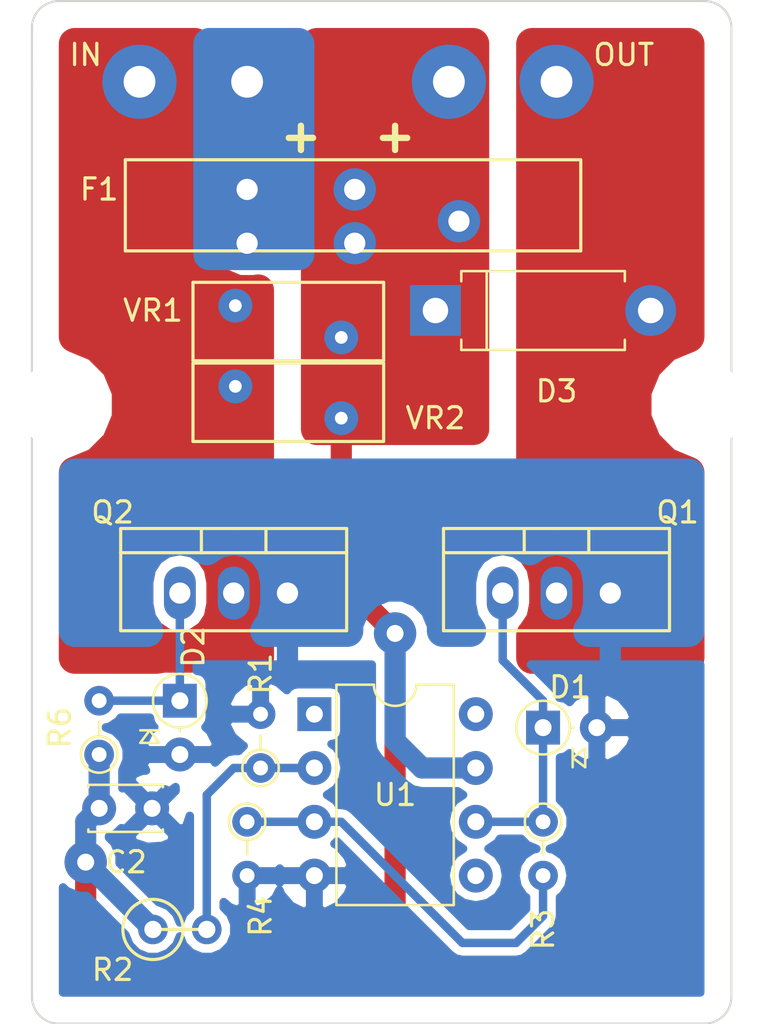
<source format=kicad_pcb>
(kicad_pcb (version 4) (host pcbnew 4.0.4-stable)

  (general
    (links 35)
    (no_connects 0)
    (area 138.379999 68.529999 171.500001 116.890001)
    (thickness 1.6)
    (drawings 15)
    (tracks 37)
    (zones 0)
    (modules 26)
    (nets 12)
  )

  (page A4)
  (layers
    (0 F.Cu signal)
    (31 B.Cu signal)
    (32 B.Adhes user)
    (33 F.Adhes user)
    (34 B.Paste user)
    (35 F.Paste user)
    (36 B.SilkS user)
    (37 F.SilkS user)
    (38 B.Mask user)
    (39 F.Mask user)
    (40 Dwgs.User user)
    (41 Cmts.User user)
    (42 Eco1.User user)
    (43 Eco2.User user)
    (44 Edge.Cuts user)
    (45 Margin user)
    (46 B.CrtYd user)
    (47 F.CrtYd user)
    (48 B.Fab user)
    (49 F.Fab user)
  )

  (setup
    (last_trace_width 0.4)
    (trace_clearance 0.2)
    (zone_clearance 0.5)
    (zone_45_only yes)
    (trace_min 0.2)
    (segment_width 0.2)
    (edge_width 0.1)
    (via_size 0.6)
    (via_drill 0.4)
    (via_min_size 0.4)
    (via_min_drill 0.3)
    (uvia_size 0.3)
    (uvia_drill 0.1)
    (uvias_allowed no)
    (uvia_min_size 0.2)
    (uvia_min_drill 0.1)
    (pcb_text_width 0.3)
    (pcb_text_size 1.5 1.5)
    (mod_edge_width 0.15)
    (mod_text_size 1 1)
    (mod_text_width 0.15)
    (pad_size 4 4)
    (pad_drill 4)
    (pad_to_mask_clearance 0)
    (aux_axis_origin 0 0)
    (visible_elements FFFFFF7F)
    (pcbplotparams
      (layerselection 0x010f0_80000001)
      (usegerberextensions false)
      (excludeedgelayer true)
      (linewidth 0.100000)
      (plotframeref false)
      (viasonmask false)
      (mode 1)
      (useauxorigin false)
      (hpglpennumber 1)
      (hpglpenspeed 20)
      (hpglpendiameter 15)
      (hpglpenoverlay 2)
      (psnegative false)
      (psa4output false)
      (plotreference true)
      (plotvalue false)
      (plotinvisibletext false)
      (padsonsilk false)
      (subtractmaskfromsilk false)
      (outputformat 1)
      (mirror false)
      (drillshape 0)
      (scaleselection 1)
      (outputdirectory ""))
  )

  (net 0 "")
  (net 1 GND)
  (net 2 "Net-(D2-Pad1)")
  (net 3 VCC)
  (net 4 VDD)
  (net 5 +24V)
  (net 6 VCOM)
  (net 7 "Net-(R3-Pad2)")
  (net 8 "Net-(U1-Pad1)")
  (net 9 "Net-(U1-Pad5)")
  (net 10 "Net-(D1-Pad1)")
  (net 11 "Net-(R1-Pad1)")

  (net_class Default "This is the default net class."
    (clearance 0.2)
    (trace_width 0.4)
    (via_dia 0.6)
    (via_drill 0.4)
    (uvia_dia 0.3)
    (uvia_drill 0.1)
    (add_net "Net-(D1-Pad1)")
    (add_net "Net-(D2-Pad1)")
    (add_net "Net-(R1-Pad1)")
    (add_net "Net-(R3-Pad2)")
    (add_net "Net-(U1-Pad1)")
    (add_net "Net-(U1-Pad5)")
  )

  (net_class HC ""
    (clearance 0.2)
    (trace_width 1)
    (via_dia 0.6)
    (via_drill 0.4)
    (uvia_dia 0.3)
    (uvia_drill 0.1)
    (add_net +24V)
    (add_net GND)
    (add_net VCC)
    (add_net VCOM)
    (add_net VDD)
  )

  (module Wire_Pads:SolderWirePad_single_0-8mmDrill (layer F.Cu) (tedit 58FA1736) (tstamp 58F9CA84)
    (at 140.97 109.22)
    (fp_text reference REF** (at 4.445 0.635) (layer F.SilkS) hide
      (effects (font (size 1 1) (thickness 0.15)))
    )
    (fp_text value SolderWirePad_single_0-8mmDrill (at 0 2.54) (layer F.Fab) hide
      (effects (font (size 1 1) (thickness 0.15)))
    )
    (pad 1 thru_hole circle (at 0 0) (size 1.99898 1.99898) (drill 0.8001) (layers *.Cu *.Mask)
      (net 3 VCC))
  )

  (module TO_SOT_Packages_THT:TO-220_Neutral123_Vertical (layer F.Cu) (tedit 588C4F86) (tstamp 588A50F1)
    (at 163.195 96.52)
    (descr "TO-220, Neutral, Vertical,")
    (tags "TO-220, Neutral, Vertical,")
    (path /58662854)
    (fp_text reference Q1 (at 5.715 -3.81) (layer F.SilkS)
      (effects (font (size 1 1) (thickness 0.15)))
    )
    (fp_text value IRFZ44N (at 0 3.81) (layer F.Fab) hide
      (effects (font (size 1 1) (thickness 0.15)))
    )
    (fp_line (start -1.524 -3.048) (end -1.524 -1.905) (layer F.SilkS) (width 0.15))
    (fp_line (start 1.524 -3.048) (end 1.524 -1.905) (layer F.SilkS) (width 0.15))
    (fp_line (start 5.334 -1.905) (end 5.334 1.778) (layer F.SilkS) (width 0.15))
    (fp_line (start 5.334 1.778) (end -5.334 1.778) (layer F.SilkS) (width 0.15))
    (fp_line (start -5.334 1.778) (end -5.334 -1.905) (layer F.SilkS) (width 0.15))
    (fp_line (start 5.334 -3.048) (end 5.334 -1.905) (layer F.SilkS) (width 0.15))
    (fp_line (start 5.334 -1.905) (end -5.334 -1.905) (layer F.SilkS) (width 0.15))
    (fp_line (start -5.334 -1.905) (end -5.334 -3.048) (layer F.SilkS) (width 0.15))
    (fp_line (start 0 -3.048) (end -5.334 -3.048) (layer F.SilkS) (width 0.15))
    (fp_line (start 0 -3.048) (end 5.334 -3.048) (layer F.SilkS) (width 0.15))
    (pad 2 thru_hole oval (at 0 0 90) (size 2.49936 1.50114) (drill 1.00076) (layers *.Cu *.Mask)
      (net 4 VDD))
    (pad 1 thru_hole oval (at -2.54 0 90) (size 2.49936 1.50114) (drill 1.00076) (layers *.Cu *.Mask)
      (net 10 "Net-(D1-Pad1)"))
    (pad 3 thru_hole oval (at 2.54 0 90) (size 2.49936 1.50114) (drill 1.00076) (layers *.Cu *.Mask)
      (net 1 GND))
    (model TO_SOT_Packages_THT.3dshapes/TO-220_Neutral123_Vertical.wrl
      (at (xyz 0 0 0))
      (scale (xyz 0.3937 0.3937 0.3937))
      (rotate (xyz 0 0 0))
    )
  )

  (module TO_SOT_Packages_THT:TO-220_Neutral123_Vertical (layer F.Cu) (tedit 588C4F8B) (tstamp 588A50F8)
    (at 147.955 96.52)
    (descr "TO-220, Neutral, Vertical,")
    (tags "TO-220, Neutral, Vertical,")
    (path /588A4A29)
    (fp_text reference Q2 (at -5.715 -3.81) (layer F.SilkS)
      (effects (font (size 1 1) (thickness 0.15)))
    )
    (fp_text value IRFZ44N (at 0 3.81) (layer F.Fab) hide
      (effects (font (size 1 1) (thickness 0.15)))
    )
    (fp_line (start -1.524 -3.048) (end -1.524 -1.905) (layer F.SilkS) (width 0.15))
    (fp_line (start 1.524 -3.048) (end 1.524 -1.905) (layer F.SilkS) (width 0.15))
    (fp_line (start 5.334 -1.905) (end 5.334 1.778) (layer F.SilkS) (width 0.15))
    (fp_line (start 5.334 1.778) (end -5.334 1.778) (layer F.SilkS) (width 0.15))
    (fp_line (start -5.334 1.778) (end -5.334 -1.905) (layer F.SilkS) (width 0.15))
    (fp_line (start 5.334 -3.048) (end 5.334 -1.905) (layer F.SilkS) (width 0.15))
    (fp_line (start 5.334 -1.905) (end -5.334 -1.905) (layer F.SilkS) (width 0.15))
    (fp_line (start -5.334 -1.905) (end -5.334 -3.048) (layer F.SilkS) (width 0.15))
    (fp_line (start 0 -3.048) (end -5.334 -3.048) (layer F.SilkS) (width 0.15))
    (fp_line (start 0 -3.048) (end 5.334 -3.048) (layer F.SilkS) (width 0.15))
    (pad 2 thru_hole oval (at 0 0 90) (size 2.49936 1.50114) (drill 1.00076) (layers *.Cu *.Mask)
      (net 6 VCOM))
    (pad 1 thru_hole oval (at -2.54 0 90) (size 2.49936 1.50114) (drill 1.00076) (layers *.Cu *.Mask)
      (net 2 "Net-(D2-Pad1)"))
    (pad 3 thru_hole oval (at 2.54 0 90) (size 2.49936 1.50114) (drill 1.00076) (layers *.Cu *.Mask)
      (net 1 GND))
    (model TO_SOT_Packages_THT.3dshapes/TO-220_Neutral123_Vertical.wrl
      (at (xyz 0 0 0))
      (scale (xyz 0.3937 0.3937 0.3937))
      (rotate (xyz 0 0 0))
    )
  )

  (module Resistors_ThroughHole:R_Axial_DIN0204_L3.6mm_D1.6mm_P2.54mm_Vertical (layer F.Cu) (tedit 58FA171B) (tstamp 588A50FE)
    (at 149.225 104.775 90)
    (descr "Resistor, Axial_DIN0204 series, Axial, Vertical, pin pitch=2.54mm, 0.16666666666666666W = 1/6W, length*diameter=3.6*1.6mm^2, http://cdn-reichelt.de/documents/datenblatt/B400/1_4W%23YAG.pdf")
    (tags "Resistor Axial_DIN0204 series Axial Vertical pin pitch 2.54mm 0.16666666666666666W = 1/6W length 3.6mm diameter 1.6mm")
    (path /5866214C)
    (fp_text reference R1 (at 4.445 0 90) (layer F.SilkS)
      (effects (font (size 1 1) (thickness 0.15)))
    )
    (fp_text value 220k (at 1.27 1.86 90) (layer F.Fab) hide
      (effects (font (size 1 1) (thickness 0.15)))
    )
    (fp_circle (center 0 0) (end 0.8 0) (layer F.Fab) (width 0.1))
    (fp_circle (center 0 0) (end 0.86 0) (layer F.SilkS) (width 0.12))
    (fp_line (start 0 0) (end 2.54 0) (layer F.Fab) (width 0.1))
    (fp_line (start 0.86 0) (end 1.54 0) (layer F.SilkS) (width 0.12))
    (fp_line (start -1.15 -1.15) (end -1.15 1.15) (layer F.CrtYd) (width 0.05))
    (fp_line (start -1.15 1.15) (end 3.55 1.15) (layer F.CrtYd) (width 0.05))
    (fp_line (start 3.55 1.15) (end 3.55 -1.15) (layer F.CrtYd) (width 0.05))
    (fp_line (start 3.55 -1.15) (end -1.15 -1.15) (layer F.CrtYd) (width 0.05))
    (pad 1 thru_hole circle (at 0 0 90) (size 1.4 1.4) (drill 0.7) (layers *.Cu *.Mask)
      (net 11 "Net-(R1-Pad1)"))
    (pad 2 thru_hole oval (at 2.54 0 90) (size 1.4 1.4) (drill 0.7) (layers *.Cu *.Mask)
      (net 1 GND))
    (model Resistors_ThroughHole.3dshapes/R_Axial_DIN0204_L3.6mm_D1.6mm_P2.54mm_Vertical.wrl
      (at (xyz 0 0 0))
      (scale (xyz 0.393701 0.393701 0.393701))
      (rotate (xyz 0 0 0))
    )
  )

  (module Discret:R1 (layer F.Cu) (tedit 58FB0E04) (tstamp 588A5104)
    (at 145.415 112.395)
    (descr "Resistance verticale")
    (tags R)
    (path /58662097)
    (fp_text reference R2 (at -3.175 1.905) (layer F.SilkS)
      (effects (font (size 1 1) (thickness 0.15)))
    )
    (fp_text value Photores (at 0 2.54) (layer F.Fab) hide
      (effects (font (size 1 1) (thickness 0.15)))
    )
    (fp_line (start -1.27 0) (end 1.27 0) (layer F.SilkS) (width 0.15))
    (fp_circle (center -1.27 0) (end -0.635 1.27) (layer F.SilkS) (width 0.15))
    (pad 1 thru_hole circle (at -1.27 0) (size 1.397 1.397) (drill 0.8128) (layers *.Cu *.Mask)
      (net 3 VCC))
    (pad 2 thru_hole circle (at 1.27 0) (size 1.397 1.397) (drill 0.8128) (layers *.Cu *.Mask)
      (net 11 "Net-(R1-Pad1)"))
    (model Discret.3dshapes/R1.wrl
      (at (xyz 0 0 0))
      (scale (xyz 1 1 1))
      (rotate (xyz 0 0 0))
    )
  )

  (module Resistors_ThroughHole:R_Axial_DIN0204_L3.6mm_D1.6mm_P2.54mm_Vertical (layer F.Cu) (tedit 58FA173B) (tstamp 588A510A)
    (at 162.56 107.315 270)
    (descr "Resistor, Axial_DIN0204 series, Axial, Vertical, pin pitch=2.54mm, 0.16666666666666666W = 1/6W, length*diameter=3.6*1.6mm^2, http://cdn-reichelt.de/documents/datenblatt/B400/1_4W%23YAG.pdf")
    (tags "Resistor Axial_DIN0204 series Axial Vertical pin pitch 2.54mm 0.16666666666666666W = 1/6W length 3.6mm diameter 1.6mm")
    (path /5866258C)
    (fp_text reference R3 (at 5.08 0 270) (layer F.SilkS)
      (effects (font (size 1 1) (thickness 0.15)))
    )
    (fp_text value 10k (at 1.27 1.86 270) (layer F.Fab) hide
      (effects (font (size 1 1) (thickness 0.15)))
    )
    (fp_circle (center 0 0) (end 0.8 0) (layer F.Fab) (width 0.1))
    (fp_circle (center 0 0) (end 0.86 0) (layer F.SilkS) (width 0.12))
    (fp_line (start 0 0) (end 2.54 0) (layer F.Fab) (width 0.1))
    (fp_line (start 0.86 0) (end 1.54 0) (layer F.SilkS) (width 0.12))
    (fp_line (start -1.15 -1.15) (end -1.15 1.15) (layer F.CrtYd) (width 0.05))
    (fp_line (start -1.15 1.15) (end 3.55 1.15) (layer F.CrtYd) (width 0.05))
    (fp_line (start 3.55 1.15) (end 3.55 -1.15) (layer F.CrtYd) (width 0.05))
    (fp_line (start 3.55 -1.15) (end -1.15 -1.15) (layer F.CrtYd) (width 0.05))
    (pad 1 thru_hole circle (at 0 0 270) (size 1.4 1.4) (drill 0.7) (layers *.Cu *.Mask)
      (net 10 "Net-(D1-Pad1)"))
    (pad 2 thru_hole oval (at 2.54 0 270) (size 1.4 1.4) (drill 0.7) (layers *.Cu *.Mask)
      (net 7 "Net-(R3-Pad2)"))
    (model Resistors_ThroughHole.3dshapes/R_Axial_DIN0204_L3.6mm_D1.6mm_P2.54mm_Vertical.wrl
      (at (xyz 0 0 0))
      (scale (xyz 0.393701 0.393701 0.393701))
      (rotate (xyz 0 0 0))
    )
  )

  (module Resistors_ThroughHole:R_Axial_DIN0204_L3.6mm_D1.6mm_P2.54mm_Vertical (layer F.Cu) (tedit 58FB0E00) (tstamp 588A5110)
    (at 148.59 107.315 270)
    (descr "Resistor, Axial_DIN0204 series, Axial, Vertical, pin pitch=2.54mm, 0.16666666666666666W = 1/6W, length*diameter=3.6*1.6mm^2, http://cdn-reichelt.de/documents/datenblatt/B400/1_4W%23YAG.pdf")
    (tags "Resistor Axial_DIN0204 series Axial Vertical pin pitch 2.54mm 0.16666666666666666W = 1/6W length 3.6mm diameter 1.6mm")
    (path /586624CC)
    (fp_text reference R4 (at 4.445 -0.635 270) (layer F.SilkS)
      (effects (font (size 1 1) (thickness 0.15)))
    )
    (fp_text value 330k (at 1.27 1.86 270) (layer F.Fab) hide
      (effects (font (size 1 1) (thickness 0.15)))
    )
    (fp_circle (center 0 0) (end 0.8 0) (layer F.Fab) (width 0.1))
    (fp_circle (center 0 0) (end 0.86 0) (layer F.SilkS) (width 0.12))
    (fp_line (start 0 0) (end 2.54 0) (layer F.Fab) (width 0.1))
    (fp_line (start 0.86 0) (end 1.54 0) (layer F.SilkS) (width 0.12))
    (fp_line (start -1.15 -1.15) (end -1.15 1.15) (layer F.CrtYd) (width 0.05))
    (fp_line (start -1.15 1.15) (end 3.55 1.15) (layer F.CrtYd) (width 0.05))
    (fp_line (start 3.55 1.15) (end 3.55 -1.15) (layer F.CrtYd) (width 0.05))
    (fp_line (start 3.55 -1.15) (end -1.15 -1.15) (layer F.CrtYd) (width 0.05))
    (pad 1 thru_hole circle (at 0 0 270) (size 1.4 1.4) (drill 0.7) (layers *.Cu *.Mask)
      (net 7 "Net-(R3-Pad2)"))
    (pad 2 thru_hole oval (at 2.54 0 270) (size 1.4 1.4) (drill 0.7) (layers *.Cu *.Mask)
      (net 1 GND))
    (model Resistors_ThroughHole.3dshapes/R_Axial_DIN0204_L3.6mm_D1.6mm_P2.54mm_Vertical.wrl
      (at (xyz 0 0 0))
      (scale (xyz 0.393701 0.393701 0.393701))
      (rotate (xyz 0 0 0))
    )
  )

  (module Housings_DIP:DIP-8_W7.62mm (layer F.Cu) (tedit 58F9C180) (tstamp 588A5135)
    (at 151.765 102.235)
    (descr "8-lead dip package, row spacing 7.62 mm (300 mils)")
    (tags "DIL DIP PDIP 2.54mm 7.62mm 300mil")
    (path /58661F4D)
    (fp_text reference U1 (at 3.81 3.81) (layer F.SilkS)
      (effects (font (size 1 1) (thickness 0.15)))
    )
    (fp_text value LM741 (at 3.81 10.01) (layer F.Fab) hide
      (effects (font (size 1 1) (thickness 0.15)))
    )
    (fp_arc (start 3.81 -1.39) (end 2.81 -1.39) (angle -180) (layer F.SilkS) (width 0.12))
    (fp_line (start 1.635 -1.27) (end 6.985 -1.27) (layer F.Fab) (width 0.1))
    (fp_line (start 6.985 -1.27) (end 6.985 8.89) (layer F.Fab) (width 0.1))
    (fp_line (start 6.985 8.89) (end 0.635 8.89) (layer F.Fab) (width 0.1))
    (fp_line (start 0.635 8.89) (end 0.635 -0.27) (layer F.Fab) (width 0.1))
    (fp_line (start 0.635 -0.27) (end 1.635 -1.27) (layer F.Fab) (width 0.1))
    (fp_line (start 2.81 -1.39) (end 1.04 -1.39) (layer F.SilkS) (width 0.12))
    (fp_line (start 1.04 -1.39) (end 1.04 9.01) (layer F.SilkS) (width 0.12))
    (fp_line (start 1.04 9.01) (end 6.58 9.01) (layer F.SilkS) (width 0.12))
    (fp_line (start 6.58 9.01) (end 6.58 -1.39) (layer F.SilkS) (width 0.12))
    (fp_line (start 6.58 -1.39) (end 4.81 -1.39) (layer F.SilkS) (width 0.12))
    (fp_line (start -1.1 -1.6) (end -1.1 9.2) (layer F.CrtYd) (width 0.05))
    (fp_line (start -1.1 9.2) (end 8.7 9.2) (layer F.CrtYd) (width 0.05))
    (fp_line (start 8.7 9.2) (end 8.7 -1.6) (layer F.CrtYd) (width 0.05))
    (fp_line (start 8.7 -1.6) (end -1.1 -1.6) (layer F.CrtYd) (width 0.05))
    (pad 1 thru_hole rect (at 0 0) (size 1.6 1.6) (drill 0.8) (layers *.Cu *.Mask)
      (net 8 "Net-(U1-Pad1)"))
    (pad 5 thru_hole oval (at 7.62 7.62) (size 1.6 1.6) (drill 0.8) (layers *.Cu *.Mask)
      (net 9 "Net-(U1-Pad5)"))
    (pad 2 thru_hole oval (at 0 2.54) (size 1.6 1.6) (drill 0.8) (layers *.Cu *.Mask)
      (net 11 "Net-(R1-Pad1)"))
    (pad 6 thru_hole oval (at 7.62 5.08) (size 1.6 1.6) (drill 0.8) (layers *.Cu *.Mask)
      (net 10 "Net-(D1-Pad1)"))
    (pad 3 thru_hole oval (at 0 5.08) (size 1.6 1.6) (drill 0.8) (layers *.Cu *.Mask)
      (net 7 "Net-(R3-Pad2)"))
    (pad 7 thru_hole oval (at 7.62 2.54) (size 1.6 1.6) (drill 0.8) (layers *.Cu *.Mask)
      (net 3 VCC))
    (pad 4 thru_hole oval (at 0 7.62) (size 1.6 1.6) (drill 0.8) (layers *.Cu *.Mask)
      (net 1 GND))
    (pad 8 thru_hole oval (at 7.62 0) (size 1.6 1.6) (drill 0.8) (layers *.Cu *.Mask))
    (model Housings_DIP.3dshapes/DIP-8_W7.62mm.wrl
      (at (xyz 0 0 0))
      (scale (xyz 1 1 1))
      (rotate (xyz 0 0 0))
    )
  )

  (module Wire_Pads:SolderWirePad_2x_1-5mmDrill (layer F.Cu) (tedit 588C8079) (tstamp 588AB276)
    (at 160.655 72.39)
    (fp_text reference OUT (at 5.715 -1.27) (layer F.SilkS)
      (effects (font (size 1 1) (thickness 0.15)))
    )
    (fp_text value SolderWirePad_2x_1-5mmDrill (at 0.635 3.81) (layer F.Fab) hide
      (effects (font (size 1 1) (thickness 0.15)))
    )
    (pad 1 thru_hole circle (at -2.54 0) (size 3.50012 3.50012) (drill 1.50114) (layers *.Cu *.Mask)
      (net 3 VCC))
    (pad 1 thru_hole circle (at 2.54 0) (size 3.50012 3.50012) (drill 1.50114) (layers *.Cu *.Mask)
      (net 4 VDD))
  )

  (module Wire_Pads:SolderWirePad_2x_1-5mmDrill (layer F.Cu) (tedit 588C8073) (tstamp 588AB281)
    (at 146.05 72.39)
    (fp_text reference IN (at -5.08 -1.27) (layer F.SilkS)
      (effects (font (size 1 1) (thickness 0.15)))
    )
    (fp_text value SolderWirePad_2x_1-5mmDrill (at 0.635 3.81) (layer F.Fab) hide
      (effects (font (size 1 1) (thickness 0.15)))
    )
    (pad 1 thru_hole circle (at -2.54 0) (size 3.50012 3.50012) (drill 1.50114) (layers *.Cu *.Mask)
      (net 6 VCOM))
    (pad 1 thru_hole circle (at 2.54 0) (size 3.50012 3.50012) (drill 1.50114) (layers *.Cu *.Mask)
      (net 5 +24V))
  )

  (module Mounting_Holes:MountingHole_2.5mm (layer F.Cu) (tedit 58FB2607) (tstamp 588AB6A1)
    (at 139.7 87.63)
    (descr "Mounting Hole 2.5mm, no annular")
    (tags "mounting hole 2.5mm no annular")
    (fp_text reference REF** (at 0 -3.5) (layer F.SilkS) hide
      (effects (font (size 1 1) (thickness 0.15)))
    )
    (fp_text value MountingHole_2.5mm (at 0 3.5) (layer F.Fab) hide
      (effects (font (size 1 1) (thickness 0.15)))
    )
    (fp_circle (center 0 0) (end 2.5 0) (layer Cmts.User) (width 0.15))
    (fp_circle (center 0 0) (end 2.75 0) (layer F.CrtYd) (width 0.05))
    (pad "" np_thru_hole circle (at 0 0) (size 4 4) (drill 4) (layers *.Cu *.Mask))
  )

  (module Mounting_Holes:MountingHole_2.5mm (layer F.Cu) (tedit 58FB25F9) (tstamp 588AB6B1)
    (at 170.18 87.63)
    (descr "Mounting Hole 2.5mm, no annular")
    (tags "mounting hole 2.5mm no annular")
    (fp_text reference "" (at 0 -3.5) (layer F.SilkS)
      (effects (font (size 1 1) (thickness 0.15)))
    )
    (fp_text value MountingHole_2.5mm (at 0 3.5) (layer F.Fab) hide
      (effects (font (size 1 1) (thickness 0.15)))
    )
    (fp_circle (center 0 0) (end 2.5 0) (layer Cmts.User) (width 0.15))
    (fp_circle (center 0 0) (end 2.75 0) (layer F.CrtYd) (width 0.05))
    (pad "" np_thru_hole circle (at 0 0) (size 4 4) (drill 4) (layers *.Cu *.Mask))
  )

  (module Diodes_ThroughHole:D_DO-15_P10.16mm_Horizontal (layer F.Cu) (tedit 588DB384) (tstamp 588C2CF7)
    (at 157.48 83.185)
    (descr "D, DO-15 series, Axial, Horizontal, pin pitch=10.16mm, , length*diameter=7.6*3.6mm^2, , http://www.diodes.com/_files/packages/DO-15.pdf")
    (tags "D DO-15 series Axial Horizontal pin pitch 10.16mm  length 7.6mm diameter 3.6mm")
    (path /587BB2A4)
    (fp_text reference D3 (at 5.715 3.81) (layer F.SilkS)
      (effects (font (size 1 1) (thickness 0.15)))
    )
    (fp_text value D_Schottky (at 5.08 2.86) (layer F.Fab) hide
      (effects (font (size 1 1) (thickness 0.15)))
    )
    (fp_line (start 1.28 -1.8) (end 1.28 1.8) (layer F.Fab) (width 0.1))
    (fp_line (start 1.28 1.8) (end 8.88 1.8) (layer F.Fab) (width 0.1))
    (fp_line (start 8.88 1.8) (end 8.88 -1.8) (layer F.Fab) (width 0.1))
    (fp_line (start 8.88 -1.8) (end 1.28 -1.8) (layer F.Fab) (width 0.1))
    (fp_line (start 0 0) (end 1.28 0) (layer F.Fab) (width 0.1))
    (fp_line (start 10.16 0) (end 8.88 0) (layer F.Fab) (width 0.1))
    (fp_line (start 2.42 -1.8) (end 2.42 1.8) (layer F.Fab) (width 0.1))
    (fp_line (start 1.22 -1.38) (end 1.22 -1.86) (layer F.SilkS) (width 0.12))
    (fp_line (start 1.22 -1.86) (end 8.94 -1.86) (layer F.SilkS) (width 0.12))
    (fp_line (start 8.94 -1.86) (end 8.94 -1.38) (layer F.SilkS) (width 0.12))
    (fp_line (start 1.22 1.38) (end 1.22 1.86) (layer F.SilkS) (width 0.12))
    (fp_line (start 1.22 1.86) (end 8.94 1.86) (layer F.SilkS) (width 0.12))
    (fp_line (start 8.94 1.86) (end 8.94 1.38) (layer F.SilkS) (width 0.12))
    (fp_line (start 2.42 -1.86) (end 2.42 1.86) (layer F.SilkS) (width 0.12))
    (fp_line (start -1.45 -2.15) (end -1.45 2.15) (layer F.CrtYd) (width 0.05))
    (fp_line (start -1.45 2.15) (end 11.65 2.15) (layer F.CrtYd) (width 0.05))
    (fp_line (start 11.65 2.15) (end 11.65 -2.15) (layer F.CrtYd) (width 0.05))
    (fp_line (start 11.65 -2.15) (end -1.45 -2.15) (layer F.CrtYd) (width 0.05))
    (pad 1 thru_hole rect (at 0 0) (size 2.4 2.4) (drill 1.2) (layers *.Cu *.Mask)
      (net 3 VCC))
    (pad 2 thru_hole oval (at 10.16 0) (size 2.4 2.4) (drill 1.2) (layers *.Cu *.Mask)
      (net 4 VDD))
    (model Diodes_ThroughHole.3dshapes/D_DO-15_P10.16mm_Horizontal.wrl
      (at (xyz 0 0 0))
      (scale (xyz 0.393701 0.393701 0.393701))
      (rotate (xyz 0 0 0))
    )
  )

  (module Capacitors_ThroughHole:C_Disc_D3.4mm_W2.1mm_P2.50mm (layer F.Cu) (tedit 58FB0B6C) (tstamp 588C3737)
    (at 141.605 106.68)
    (descr "C, Disc series, Radial, pin pitch=2.50mm, , diameter*width=3.4*2.1mm^2, Capacitor, http://www.vishay.com/docs/45233/krseries.pdf")
    (tags "C Disc series Radial pin pitch 2.50mm  diameter 3.4mm width 2.1mm Capacitor")
    (path /588C3695)
    (fp_text reference C2 (at 1.27 2.54) (layer F.SilkS)
      (effects (font (size 1 1) (thickness 0.15)))
    )
    (fp_text value 100nF (at 1.25 2.11) (layer F.Fab) hide
      (effects (font (size 1 1) (thickness 0.15)))
    )
    (fp_line (start -0.45 -1.05) (end -0.45 1.05) (layer F.Fab) (width 0.1))
    (fp_line (start -0.45 1.05) (end 2.95 1.05) (layer F.Fab) (width 0.1))
    (fp_line (start 2.95 1.05) (end 2.95 -1.05) (layer F.Fab) (width 0.1))
    (fp_line (start 2.95 -1.05) (end -0.45 -1.05) (layer F.Fab) (width 0.1))
    (fp_line (start -0.51 -1.11) (end 3.01 -1.11) (layer F.SilkS) (width 0.12))
    (fp_line (start -0.51 1.11) (end 3.01 1.11) (layer F.SilkS) (width 0.12))
    (fp_line (start -0.51 -1.11) (end -0.51 -0.996) (layer F.SilkS) (width 0.12))
    (fp_line (start -0.51 0.996) (end -0.51 1.11) (layer F.SilkS) (width 0.12))
    (fp_line (start 3.01 -1.11) (end 3.01 -0.996) (layer F.SilkS) (width 0.12))
    (fp_line (start 3.01 0.996) (end 3.01 1.11) (layer F.SilkS) (width 0.12))
    (fp_line (start -1.05 -1.4) (end -1.05 1.4) (layer F.CrtYd) (width 0.05))
    (fp_line (start -1.05 1.4) (end 3.55 1.4) (layer F.CrtYd) (width 0.05))
    (fp_line (start 3.55 1.4) (end 3.55 -1.4) (layer F.CrtYd) (width 0.05))
    (fp_line (start 3.55 -1.4) (end -1.05 -1.4) (layer F.CrtYd) (width 0.05))
    (pad 1 thru_hole circle (at 0 0) (size 1.6 1.6) (drill 0.8) (layers *.Cu *.Mask)
      (net 3 VCC))
    (pad 2 thru_hole circle (at 2.5 0) (size 1.6 1.6) (drill 0.8) (layers *.Cu *.Mask)
      (net 1 GND))
    (model Capacitors_ThroughHole.3dshapes/C_Disc_D3.4mm_W2.1mm_P2.50mm.wrl
      (at (xyz 0 0 0))
      (scale (xyz 0.393701 0.393701 0.393701))
      (rotate (xyz 0 0 0))
    )
  )

  (module Wire_Pads:SolderWirePad_single_0-8mmDrill (layer F.Cu) (tedit 588C726D) (tstamp 588C3A1D)
    (at 154.94 78.105)
    (fp_text reference "" (at 0 -2.54) (layer F.SilkS) hide
      (effects (font (size 1 1) (thickness 0.15)))
    )
    (fp_text value SolderWirePad_single_0-8mmDrill (at 0 2.54) (layer F.Fab) hide
      (effects (font (size 1 1) (thickness 0.15)))
    )
  )

  (module Wire_Pads:SolderWirePad_single_0-8mmDrill (layer F.Cu) (tedit 588C7263) (tstamp 588C3AE3)
    (at 153.035 82.55)
    (fp_text reference REF** (at 0 -2.54) (layer F.SilkS) hide
      (effects (font (size 1 1) (thickness 0.15)))
    )
    (fp_text value SolderWirePad_single_0-8mmDrill (at 0 2.54) (layer F.Fab) hide
      (effects (font (size 1 1) (thickness 0.15)))
    )
  )

  (module Varistors:RV_Disc_D9_W3.7_P5 (layer F.Cu) (tedit 588DB38B) (tstamp 588C7B1E)
    (at 153.035 84.455 180)
    (tags "varistor SIOV")
    (path /587BB12B)
    (fp_text reference VR1 (at 8.89 1.27 180) (layer F.SilkS)
      (effects (font (size 1 1) (thickness 0.15)))
    )
    (fp_text value VR (at 2.5 -2.1 180) (layer F.Fab) hide
      (effects (font (size 1 1) (thickness 0.15)))
    )
    (fp_line (start -2.25 2.85) (end 7.25 2.85) (layer F.CrtYd) (width 0.05))
    (fp_line (start -2.25 -1.35) (end 7.25 -1.35) (layer F.CrtYd) (width 0.05))
    (fp_line (start 7.25 -1.35) (end 7.25 2.85) (layer F.CrtYd) (width 0.05))
    (fp_line (start -2.25 -1.35) (end -2.25 2.85) (layer F.CrtYd) (width 0.05))
    (fp_line (start -2 2.6) (end 7 2.6) (layer F.SilkS) (width 0.15))
    (fp_line (start -2 -1.1) (end 7 -1.1) (layer F.SilkS) (width 0.15))
    (fp_line (start 7 -1.1) (end 7 2.6) (layer F.SilkS) (width 0.15))
    (fp_line (start -2 -1.1) (end -2 2.6) (layer F.SilkS) (width 0.15))
    (pad 1 thru_hole circle (at 0 0 180) (size 1.6 1.6) (drill 0.6) (layers *.Cu *.Mask)
      (net 3 VCC))
    (pad 2 thru_hole circle (at 5 1.5 180) (size 1.6 1.6) (drill 0.6) (layers *.Cu *.Mask)
      (net 6 VCOM))
  )

  (module Varistors:RV_Disc_D21.5_W4.3_P10 (layer F.Cu) (tedit 588DB3B2) (tstamp 588C7DEB)
    (at 148.59 77.47)
    (tags "varistor SIOV")
    (path /587BAF54)
    (fp_text reference F1 (at -6.985 0) (layer F.SilkS)
      (effects (font (size 1 1) (thickness 0.15)))
    )
    (fp_text value FUSE (at 5 -2.4) (layer F.Fab) hide
      (effects (font (size 1 1) (thickness 0.15)))
    )
    (fp_line (start -6 3.15) (end 16 3.15) (layer F.CrtYd) (width 0.05))
    (fp_line (start -6 -1.65) (end 16 -1.65) (layer F.CrtYd) (width 0.05))
    (fp_line (start 16 -1.65) (end 16 3.15) (layer F.CrtYd) (width 0.05))
    (fp_line (start -6 -1.65) (end -6 3.15) (layer F.CrtYd) (width 0.05))
    (fp_line (start -5.75 2.9) (end 15.75 2.9) (layer F.SilkS) (width 0.15))
    (fp_line (start -5.75 -1.4) (end 15.75 -1.4) (layer F.SilkS) (width 0.15))
    (fp_line (start 15.75 -1.4) (end 15.75 2.9) (layer F.SilkS) (width 0.15))
    (fp_line (start -5.75 -1.4) (end -5.75 2.9) (layer F.SilkS) (width 0.15))
    (pad 1 thru_hole circle (at 0 0) (size 2 2) (drill 1) (layers *.Cu *.Mask)
      (net 5 +24V))
    (pad 2 thru_hole circle (at 10 1.5) (size 2 2) (drill 1) (layers *.Cu *.Mask)
      (net 3 VCC))
  )

  (module Varistors:RV_Disc_D9_W3.7_P5 (layer F.Cu) (tedit 588DB399) (tstamp 588C7DF9)
    (at 153.035 88.265 180)
    (tags "varistor SIOV")
    (path /588C7BBA)
    (fp_text reference VR2 (at -4.445 0 180) (layer F.SilkS)
      (effects (font (size 1 1) (thickness 0.15)))
    )
    (fp_text value VR (at 2.5 -2.1 180) (layer F.Fab) hide
      (effects (font (size 1 1) (thickness 0.15)))
    )
    (fp_line (start -2.25 2.85) (end 7.25 2.85) (layer F.CrtYd) (width 0.05))
    (fp_line (start -2.25 -1.35) (end 7.25 -1.35) (layer F.CrtYd) (width 0.05))
    (fp_line (start 7.25 -1.35) (end 7.25 2.85) (layer F.CrtYd) (width 0.05))
    (fp_line (start -2.25 -1.35) (end -2.25 2.85) (layer F.CrtYd) (width 0.05))
    (fp_line (start -2 2.6) (end 7 2.6) (layer F.SilkS) (width 0.15))
    (fp_line (start -2 -1.1) (end 7 -1.1) (layer F.SilkS) (width 0.15))
    (fp_line (start 7 -1.1) (end 7 2.6) (layer F.SilkS) (width 0.15))
    (fp_line (start -2 -1.1) (end -2 2.6) (layer F.SilkS) (width 0.15))
    (pad 1 thru_hole circle (at 0 0 180) (size 1.6 1.6) (drill 0.6) (layers *.Cu *.Mask)
      (net 3 VCC))
    (pad 2 thru_hole circle (at 5 1.5 180) (size 1.6 1.6) (drill 0.6) (layers *.Cu *.Mask)
      (net 6 VCOM))
  )

  (module Wire_Pads:SolderWirePad_single_0-8mmDrill (layer F.Cu) (tedit 58F9CFCA) (tstamp 588DB10E)
    (at 153.67 77.47)
    (fp_text reference REF** (at 0 -2.54) (layer F.SilkS) hide
      (effects (font (size 1 1) (thickness 0.15)))
    )
    (fp_text value SolderWirePad_single_0-8mmDrill (at 0 2.54) (layer F.Fab) hide
      (effects (font (size 1 1) (thickness 0.15)))
    )
    (pad 1 thru_hole circle (at 0 0) (size 1.99898 1.99898) (drill 1) (layers *.Cu *.Mask)
      (net 3 VCC))
  )

  (module Wire_Pads:SolderWirePad_single_0-8mmDrill (layer F.Cu) (tedit 58F9CFBD) (tstamp 588DB17B)
    (at 153.67 80.01)
    (fp_text reference REF** (at 0 -2.54) (layer F.SilkS) hide
      (effects (font (size 1 1) (thickness 0.15)))
    )
    (fp_text value SolderWirePad_single_0-8mmDrill (at 0 2.54) (layer F.Fab) hide
      (effects (font (size 1 1) (thickness 0.15)))
    )
    (pad 1 thru_hole circle (at 0 0) (size 1.99898 1.99898) (drill 1) (layers *.Cu *.Mask)
      (net 3 VCC))
  )

  (module Wire_Pads:SolderWirePad_single_0-8mmDrill (layer F.Cu) (tedit 58F9CFB2) (tstamp 588DB23D)
    (at 148.59 80.01)
    (fp_text reference REF** (at 0 -2.54) (layer F.SilkS) hide
      (effects (font (size 1 1) (thickness 0.15)))
    )
    (fp_text value SolderWirePad_single_0-8mmDrill (at 0 2.54) (layer F.Fab) hide
      (effects (font (size 1 1) (thickness 0.15)))
    )
    (pad 1 thru_hole circle (at 0 0) (size 1.99898 1.99898) (drill 1) (layers *.Cu *.Mask)
      (net 5 +24V))
  )

  (module Diodes_ThroughHole:D_DO-35_SOD27_P2.54mm_Vertical_AnodeUp (layer F.Cu) (tedit 58F9C174) (tstamp 588DB66D)
    (at 162.56 102.87)
    (descr "D, DO-35_SOD27 series, Axial, Vertical, pin pitch=2.54mm, , length*diameter=4*2mm^2, , http://www.diodes.com/_files/packages/DO-35.pdf")
    (tags "D DO-35_SOD27 series Axial Vertical pin pitch 2.54mm  length 4mm diameter 2mm")
    (path /5866288B)
    (fp_text reference D1 (at 1.27 -1.905) (layer F.SilkS)
      (effects (font (size 1 1) (thickness 0.15)))
    )
    (fp_text value 12V (at 1.27 3.155371) (layer F.Fab) hide
      (effects (font (size 1 1) (thickness 0.15)))
    )
    (fp_circle (center 0 0) (end 1 0) (layer F.Fab) (width 0.1))
    (fp_circle (center 0 0) (end 1.266371 0) (layer F.SilkS) (width 0.12))
    (fp_line (start 0 0) (end 2.54 0) (layer F.Fab) (width 0.1))
    (fp_line (start 1.266371 0) (end 1.44 0) (layer F.SilkS) (width 0.12))
    (fp_line (start 1.397 0.98) (end 1.397 1.869) (layer F.SilkS) (width 0.12))
    (fp_line (start 1.397 1.4245) (end 1.989667 0.98) (layer F.SilkS) (width 0.12))
    (fp_line (start 1.989667 0.98) (end 1.989667 1.869) (layer F.SilkS) (width 0.12))
    (fp_line (start 1.989667 1.869) (end 1.397 1.4245) (layer F.SilkS) (width 0.12))
    (fp_line (start -1.35 -1.55) (end -1.35 1.55) (layer F.CrtYd) (width 0.05))
    (fp_line (start -1.35 1.55) (end 3.65 1.55) (layer F.CrtYd) (width 0.05))
    (fp_line (start 3.65 1.55) (end 3.65 -1.55) (layer F.CrtYd) (width 0.05))
    (fp_line (start 3.65 -1.55) (end -1.35 -1.55) (layer F.CrtYd) (width 0.05))
    (fp_text user K (at -1.966371 0) (layer F.Fab) hide
      (effects (font (size 1 1) (thickness 0.15)))
    )
    (pad 1 thru_hole rect (at 0 0) (size 1.6 1.6) (drill 0.8) (layers *.Cu *.Mask)
      (net 10 "Net-(D1-Pad1)"))
    (pad 2 thru_hole oval (at 2.54 0) (size 1.6 1.6) (drill 0.8) (layers *.Cu *.Mask)
      (net 1 GND))
    (model Diodes_ThroughHole.3dshapes/D_DO-35_SOD27_P2.54mm_Vertical_AnodeUp.wrl
      (at (xyz 0 0 0))
      (scale (xyz 0.393701 0.393701 0.393701))
      (rotate (xyz 0 0 0))
    )
  )

  (module Diodes_ThroughHole:D_DO-35_SOD27_P2.54mm_Vertical_AnodeUp (layer F.Cu) (tedit 58FB0B77) (tstamp 588DB680)
    (at 145.415 101.6 270)
    (descr "D, DO-35_SOD27 series, Axial, Vertical, pin pitch=2.54mm, , length*diameter=4*2mm^2, , http://www.diodes.com/_files/packages/DO-35.pdf")
    (tags "D DO-35_SOD27 series Axial Vertical pin pitch 2.54mm  length 4mm diameter 2mm")
    (path /587B9239)
    (fp_text reference D2 (at -2.54 -0.635 270) (layer F.SilkS)
      (effects (font (size 1 1) (thickness 0.15)))
    )
    (fp_text value 12V (at 1.27 3.155371 270) (layer F.Fab) hide
      (effects (font (size 1 1) (thickness 0.15)))
    )
    (fp_circle (center 0 0) (end 1 0) (layer F.Fab) (width 0.1))
    (fp_circle (center 0 0) (end 1.266371 0) (layer F.SilkS) (width 0.12))
    (fp_line (start 0 0) (end 2.54 0) (layer F.Fab) (width 0.1))
    (fp_line (start 1.266371 0) (end 1.44 0) (layer F.SilkS) (width 0.12))
    (fp_line (start 1.397 0.98) (end 1.397 1.869) (layer F.SilkS) (width 0.12))
    (fp_line (start 1.397 1.4245) (end 1.989667 0.98) (layer F.SilkS) (width 0.12))
    (fp_line (start 1.989667 0.98) (end 1.989667 1.869) (layer F.SilkS) (width 0.12))
    (fp_line (start 1.989667 1.869) (end 1.397 1.4245) (layer F.SilkS) (width 0.12))
    (fp_line (start -1.35 -1.55) (end -1.35 1.55) (layer F.CrtYd) (width 0.05))
    (fp_line (start -1.35 1.55) (end 3.65 1.55) (layer F.CrtYd) (width 0.05))
    (fp_line (start 3.65 1.55) (end 3.65 -1.55) (layer F.CrtYd) (width 0.05))
    (fp_line (start 3.65 -1.55) (end -1.35 -1.55) (layer F.CrtYd) (width 0.05))
    (fp_text user K (at -1.966371 0 270) (layer F.Fab) hide
      (effects (font (size 1 1) (thickness 0.15)))
    )
    (pad 1 thru_hole rect (at 0 0 270) (size 1.6 1.6) (drill 0.8) (layers *.Cu *.Mask)
      (net 2 "Net-(D2-Pad1)"))
    (pad 2 thru_hole oval (at 2.54 0 270) (size 1.6 1.6) (drill 0.8) (layers *.Cu *.Mask)
      (net 1 GND))
    (model Diodes_ThroughHole.3dshapes/D_DO-35_SOD27_P2.54mm_Vertical_AnodeUp.wrl
      (at (xyz 0 0 0))
      (scale (xyz 0.393701 0.393701 0.393701))
      (rotate (xyz 0 0 0))
    )
  )

  (module Resistors_ThroughHole:R_Axial_DIN0204_L3.6mm_D1.6mm_P2.54mm_Vertical (layer F.Cu) (tedit 58FB0B84) (tstamp 58F9B5F5)
    (at 141.605 104.14 90)
    (descr "Resistor, Axial_DIN0204 series, Axial, Vertical, pin pitch=2.54mm, 0.16666666666666666W = 1/6W, length*diameter=3.6*1.6mm^2, http://cdn-reichelt.de/documents/datenblatt/B400/1_4W%23YAG.pdf")
    (tags "Resistor Axial_DIN0204 series Axial Vertical pin pitch 2.54mm 0.16666666666666666W = 1/6W length 3.6mm diameter 1.6mm")
    (path /587B935C)
    (fp_text reference R6 (at 1.27 -1.86 90) (layer F.SilkS)
      (effects (font (size 1 1) (thickness 0.15)))
    )
    (fp_text value 100k (at 1.27 1.86 90) (layer F.Fab) hide
      (effects (font (size 1 1) (thickness 0.15)))
    )
    (fp_circle (center 0 0) (end 0.8 0) (layer F.Fab) (width 0.1))
    (fp_circle (center 0 0) (end 0.86 0) (layer F.SilkS) (width 0.12))
    (fp_line (start 0 0) (end 2.54 0) (layer F.Fab) (width 0.1))
    (fp_line (start 0.86 0) (end 1.54 0) (layer F.SilkS) (width 0.12))
    (fp_line (start -1.15 -1.15) (end -1.15 1.15) (layer F.CrtYd) (width 0.05))
    (fp_line (start -1.15 1.15) (end 3.55 1.15) (layer F.CrtYd) (width 0.05))
    (fp_line (start 3.55 1.15) (end 3.55 -1.15) (layer F.CrtYd) (width 0.05))
    (fp_line (start 3.55 -1.15) (end -1.15 -1.15) (layer F.CrtYd) (width 0.05))
    (pad 1 thru_hole circle (at 0 0 90) (size 1.4 1.4) (drill 0.7) (layers *.Cu *.Mask)
      (net 3 VCC))
    (pad 2 thru_hole oval (at 2.54 0 90) (size 1.4 1.4) (drill 0.7) (layers *.Cu *.Mask)
      (net 2 "Net-(D2-Pad1)"))
    (model Resistors_THT.3dshapes/R_Axial_DIN0204_L3.6mm_D1.6mm_P2.54mm_Vertical.wrl
      (at (xyz 0 0 0))
      (scale (xyz 0.393701 0.393701 0.393701))
      (rotate (xyz 0 0 0))
    )
  )

  (module Wire_Pads:SolderWirePad_single_0-8mmDrill (layer F.Cu) (tedit 58FA174E) (tstamp 58F9C8F1)
    (at 155.575 98.425)
    (fp_text reference REF** (at 0 -2.54) (layer F.SilkS) hide
      (effects (font (size 1 1) (thickness 0.15)))
    )
    (fp_text value SolderWirePad_single_0-8mmDrill (at 0 2.54) (layer F.Fab) hide
      (effects (font (size 1 1) (thickness 0.15)))
    )
    (pad 1 thru_hole circle (at 0 0) (size 1.99898 1.99898) (drill 0.8001) (layers *.Cu *.Mask)
      (net 3 VCC))
  )

  (gr_line (start 138.43 71.12) (end 138.43 69.85) (angle 90) (layer Edge.Cuts) (width 0.1))
  (gr_line (start 171.45 71.12) (end 171.45 69.85) (angle 90) (layer Edge.Cuts) (width 0.1))
  (gr_line (start 138.43 72.39) (end 138.43 71.12) (angle 90) (layer Edge.Cuts) (width 0.1))
  (gr_line (start 171.45 71.12) (end 171.45 72.39) (angle 90) (layer Edge.Cuts) (width 0.1))
  (gr_line (start 138.43 72.39) (end 138.43 115.57) (angle 90) (layer Edge.Cuts) (width 0.1))
  (gr_line (start 171.45 72.39) (end 171.45 115.57) (angle 90) (layer Edge.Cuts) (width 0.1))
  (gr_text D/N (at 155.575 93.345 90) (layer F.Cu)
    (effects (font (size 1.4 1.4) (thickness 0.3)))
  )
  (gr_line (start 139.7 116.84) (end 170.18 116.84) (angle 90) (layer Edge.Cuts) (width 0.1))
  (gr_line (start 170.18 68.58) (end 139.7 68.58) (angle 90) (layer Edge.Cuts) (width 0.1))
  (gr_arc (start 139.7 115.57) (end 139.7 116.84) (angle 90) (layer Edge.Cuts) (width 0.1))
  (gr_arc (start 170.18 115.57) (end 171.45 115.57) (angle 90) (layer Edge.Cuts) (width 0.1))
  (gr_arc (start 139.7 69.85) (end 138.43 69.85) (angle 90) (layer Edge.Cuts) (width 0.1))
  (gr_arc (start 170.18 69.85) (end 170.18 68.58) (angle 90) (layer Edge.Cuts) (width 0.1))
  (gr_text + (at 151.13 74.93) (layer F.SilkS)
    (effects (font (size 1.5 1.5) (thickness 0.3)))
  )
  (gr_text + (at 155.575 74.93) (layer F.SilkS)
    (effects (font (size 1.5 1.5) (thickness 0.3)))
  )

  (segment (start 165.735 96.52) (end 165.735 100.33) (width 1) (layer B.Cu) (net 1))
  (segment (start 150.495 96.52) (end 150.495 100.33) (width 1) (layer B.Cu) (net 1))
  (segment (start 165.1 102.87) (end 165.1 103.505) (width 0.4) (layer B.Cu) (net 1))
  (segment (start 165.1 102.235) (end 165.1 102.87) (width 0.4) (layer B.Cu) (net 1) (tstamp 58FA1C77))
  (segment (start 145.415 101.6) (end 141.605 101.6) (width 0.4) (layer B.Cu) (net 2))
  (segment (start 145.415 101.6) (end 145.415 96.52) (width 0.4) (layer B.Cu) (net 2))
  (segment (start 140.97 109.22) (end 140.97 107.315) (width 1) (layer B.Cu) (net 3))
  (segment (start 140.97 107.315) (end 141.605 106.68) (width 1) (layer B.Cu) (net 3) (tstamp 58FB0FCE))
  (segment (start 141.605 106.68) (end 141.605 104.14) (width 1) (layer B.Cu) (net 3) (tstamp 58FB0FD0))
  (segment (start 140.97 109.22) (end 144.145 112.395) (width 1) (layer B.Cu) (net 3))
  (segment (start 155.575 98.425) (end 155.575 114.3) (width 1) (layer F.Cu) (net 3))
  (segment (start 140.97 114.3) (end 140.97 109.22) (width 1) (layer F.Cu) (net 3) (tstamp 58FB0DAE))
  (segment (start 141.605 114.935) (end 140.97 114.3) (width 1) (layer F.Cu) (net 3) (tstamp 58FB0DAA))
  (segment (start 154.94 114.935) (end 141.605 114.935) (width 1) (layer F.Cu) (net 3) (tstamp 58FB0DA3))
  (segment (start 155.575 114.3) (end 154.94 114.935) (width 1) (layer F.Cu) (net 3) (tstamp 58FB0D9B))
  (segment (start 155.575 98.425) (end 155.575 103.505) (width 1) (layer B.Cu) (net 3))
  (segment (start 156.845 104.775) (end 159.385 104.775) (width 1) (layer B.Cu) (net 3) (tstamp 58FB0D17))
  (segment (start 155.575 103.505) (end 156.845 104.775) (width 1) (layer B.Cu) (net 3) (tstamp 58FB0D16))
  (segment (start 153.035 88.265) (end 153.035 91.44) (width 1) (layer F.Cu) (net 3))
  (segment (start 153.67 96.52) (end 155.575 98.425) (width 1) (layer F.Cu) (net 3) (tstamp 58FB0D0E))
  (segment (start 153.67 92.075) (end 153.67 96.52) (width 1) (layer F.Cu) (net 3) (tstamp 58FB0D0D))
  (segment (start 153.035 91.44) (end 153.67 92.075) (width 1) (layer F.Cu) (net 3) (tstamp 58FB0D0C))
  (segment (start 151.765 107.315) (end 153.035 107.315) (width 0.4) (layer B.Cu) (net 7))
  (segment (start 162.56 111.76) (end 162.56 109.855) (width 0.4) (layer B.Cu) (net 7) (tstamp 58FB0D59))
  (segment (start 161.29 113.03) (end 162.56 111.76) (width 0.4) (layer B.Cu) (net 7) (tstamp 58FB0D58))
  (segment (start 158.75 113.03) (end 161.29 113.03) (width 0.4) (layer B.Cu) (net 7) (tstamp 58FB0D56))
  (segment (start 153.035 107.315) (end 158.75 113.03) (width 0.4) (layer B.Cu) (net 7) (tstamp 58FB0D55))
  (segment (start 148.59 107.315) (end 151.765 107.315) (width 0.4) (layer B.Cu) (net 7))
  (segment (start 162.56 102.87) (end 162.56 101.6) (width 0.4) (layer B.Cu) (net 10))
  (segment (start 160.655 99.695) (end 160.655 96.52) (width 0.4) (layer B.Cu) (net 10) (tstamp 58FB0D2D))
  (segment (start 162.56 101.6) (end 160.655 99.695) (width 0.4) (layer B.Cu) (net 10) (tstamp 58FB0D2C))
  (segment (start 162.56 102.87) (end 162.56 107.315) (width 0.4) (layer B.Cu) (net 10))
  (segment (start 159.385 107.315) (end 162.56 107.315) (width 0.4) (layer B.Cu) (net 10))
  (segment (start 149.225 104.775) (end 147.955 104.775) (width 0.4) (layer B.Cu) (net 11))
  (segment (start 146.685 106.045) (end 146.685 112.395) (width 0.4) (layer B.Cu) (net 11) (tstamp 58FB0FF8))
  (segment (start 147.955 104.775) (end 146.685 106.045) (width 0.4) (layer B.Cu) (net 11) (tstamp 58FB0FF6))
  (segment (start 151.765 104.775) (end 149.225 104.775) (width 0.4) (layer B.Cu) (net 11))

  (zone (net 1) (net_name GND) (layer B.Cu) (tstamp 588B82C0) (hatch edge 0.508)
    (connect_pads (clearance 0.4))
    (min_thickness 0.4)
    (fill yes (arc_segments 16) (thermal_gap 0.8) (thermal_bridge_width 0.8))
    (polygon
      (pts
        (xy 170.18 115.57) (xy 139.7 115.57) (xy 139.7 99.695) (xy 170.18 99.695)
      )
    )
    (filled_polygon
      (pts
        (xy 169.98 115.37) (xy 139.9 115.37) (xy 139.9 110.412128) (xy 140.062779 110.575191) (xy 140.650446 110.819212)
        (xy 141.013895 110.819529) (xy 142.846275 112.65191) (xy 142.846275 112.652154) (xy 143.043543 113.12958) (xy 143.408499 113.495173)
        (xy 143.885579 113.693274) (xy 144.402154 113.693725) (xy 144.87958 113.496457) (xy 145.245173 113.131501) (xy 145.415174 112.722094)
        (xy 145.583543 113.12958) (xy 145.948499 113.495173) (xy 146.425579 113.693274) (xy 146.942154 113.693725) (xy 147.41958 113.496457)
        (xy 147.785173 113.131501) (xy 147.983274 112.654421) (xy 147.983725 112.137846) (xy 147.786457 111.66042) (xy 147.485 111.358437)
        (xy 147.485 111.103953) (xy 147.7595 111.338346) (xy 148.128371 111.491123) (xy 148.39 111.291141) (xy 148.39 110.055)
        (xy 148.79 110.055) (xy 148.79 111.291141) (xy 149.051629 111.491123) (xy 149.4205 111.338346) (xy 149.924934 110.907614)
        (xy 150.114035 110.536582) (xy 150.20022 110.744666) (xy 150.659792 111.27576) (xy 151.287622 111.590556) (xy 151.565 111.393867)
        (xy 151.565 110.055) (xy 151.965 110.055) (xy 151.965 111.393867) (xy 152.242378 111.590556) (xy 152.870208 111.27576)
        (xy 153.32978 110.744666) (xy 153.500543 110.332376) (xy 153.302043 110.055) (xy 151.965 110.055) (xy 151.565 110.055)
        (xy 150.227957 110.055) (xy 150.130856 110.190685) (xy 150.028208 110.055) (xy 148.79 110.055) (xy 148.39 110.055)
        (xy 148.37 110.055) (xy 148.37 109.655) (xy 148.39 109.655) (xy 148.39 109.635) (xy 148.79 109.635)
        (xy 148.79 109.655) (xy 150.028208 109.655) (xy 150.130856 109.519315) (xy 150.227957 109.655) (xy 151.565 109.655)
        (xy 151.565 109.635) (xy 151.965 109.635) (xy 151.965 109.655) (xy 153.302043 109.655) (xy 153.500543 109.377624)
        (xy 153.32978 108.965334) (xy 152.870208 108.43424) (xy 152.709486 108.353653) (xy 152.782377 108.304949) (xy 152.826918 108.238288)
        (xy 158.184315 113.595686) (xy 158.330366 113.693274) (xy 158.443853 113.769104) (xy 158.75 113.83) (xy 161.29 113.83)
        (xy 161.596147 113.769104) (xy 161.855685 113.595685) (xy 163.125685 112.325686) (xy 163.299104 112.066147) (xy 163.317423 111.974049)
        (xy 163.36 111.76) (xy 163.36 110.879381) (xy 163.479239 110.799708) (xy 163.761043 110.377957) (xy 163.86 109.880469)
        (xy 163.86 109.829531) (xy 163.761043 109.332043) (xy 163.479239 108.910292) (xy 163.057488 108.628488) (xy 162.873789 108.591948)
        (xy 163.295429 108.417729) (xy 163.661444 108.052353) (xy 163.859774 107.574721) (xy 163.860226 107.057548) (xy 163.662729 106.579571)
        (xy 163.36 106.276313) (xy 163.36 104.281754) (xy 163.582346 104.239917) (xy 163.786558 104.10851) (xy 163.808852 104.075882)
        (xy 163.994792 104.29076) (xy 164.622622 104.605556) (xy 164.9 104.408867) (xy 164.9 103.07) (xy 165.3 103.07)
        (xy 165.3 104.408867) (xy 165.577378 104.605556) (xy 166.205208 104.29076) (xy 166.66478 103.759666) (xy 166.835543 103.347376)
        (xy 166.637043 103.07) (xy 165.3 103.07) (xy 164.9 103.07) (xy 164.88 103.07) (xy 164.88 102.67)
        (xy 164.9 102.67) (xy 164.9 101.331133) (xy 165.3 101.331133) (xy 165.3 102.67) (xy 166.637043 102.67)
        (xy 166.835543 102.392624) (xy 166.66478 101.980334) (xy 166.205208 101.44924) (xy 165.577378 101.134444) (xy 165.3 101.331133)
        (xy 164.9 101.331133) (xy 164.622622 101.134444) (xy 163.994792 101.44924) (xy 163.810551 101.662154) (xy 163.79851 101.643442)
        (xy 163.598007 101.506444) (xy 163.36 101.458246) (xy 163.331804 101.458246) (xy 163.299104 101.293853) (xy 163.19259 101.134444)
        (xy 163.125686 101.034315) (xy 161.98637 99.895) (xy 169.98 99.895)
      )
    )
    (filled_polygon
      (pts
        (xy 154.475 103.505) (xy 154.558733 103.925952) (xy 154.764268 104.233556) (xy 154.797183 104.282817) (xy 156.067182 105.552817)
        (xy 156.233179 105.663732) (xy 156.424048 105.791267) (xy 156.845 105.875) (xy 158.532326 105.875) (xy 158.786748 106.045)
        (xy 158.367623 106.325051) (xy 158.064141 106.779243) (xy 157.957572 107.315) (xy 158.064141 107.850757) (xy 158.367623 108.304949)
        (xy 158.786748 108.585) (xy 158.367623 108.865051) (xy 158.064141 109.319243) (xy 157.957572 109.855) (xy 158.064141 110.390757)
        (xy 158.367623 110.844949) (xy 158.821815 111.148431) (xy 159.357572 111.255) (xy 159.412428 111.255) (xy 159.948185 111.148431)
        (xy 160.402377 110.844949) (xy 160.705859 110.390757) (xy 160.812428 109.855) (xy 160.705859 109.319243) (xy 160.402377 108.865051)
        (xy 159.983252 108.585) (xy 160.402377 108.304949) (xy 160.529297 108.115) (xy 161.521729 108.115) (xy 161.822647 108.416444)
        (xy 162.2456 108.592069) (xy 162.062512 108.628488) (xy 161.640761 108.910292) (xy 161.358957 109.332043) (xy 161.26 109.829531)
        (xy 161.26 109.880469) (xy 161.358957 110.377957) (xy 161.640761 110.799708) (xy 161.76 110.879381) (xy 161.76 111.428629)
        (xy 160.95863 112.23) (xy 159.081371 112.23) (xy 153.600685 106.749315) (xy 153.341147 106.575896) (xy 153.035 106.515)
        (xy 152.909297 106.515) (xy 152.782377 106.325051) (xy 152.363252 106.045) (xy 152.782377 105.764949) (xy 153.085859 105.310757)
        (xy 153.192428 104.775) (xy 153.085859 104.239243) (xy 152.782377 103.785051) (xy 152.573116 103.645227) (xy 152.787346 103.604917)
        (xy 152.991558 103.47351) (xy 153.128556 103.273007) (xy 153.176754 103.035) (xy 153.176754 101.435) (xy 153.134917 101.212654)
        (xy 153.00351 101.008442) (xy 152.803007 100.871444) (xy 152.565 100.823246) (xy 150.965 100.823246) (xy 150.742654 100.865083)
        (xy 150.538442 100.99649) (xy 150.466145 101.1023) (xy 150.0555 100.751654) (xy 149.686629 100.598877) (xy 149.425 100.798859)
        (xy 149.425 102.035) (xy 149.445 102.035) (xy 149.445 102.435) (xy 149.425 102.435) (xy 149.425 102.455)
        (xy 149.025 102.455) (xy 149.025 102.435) (xy 147.786792 102.435) (xy 147.588864 102.696632) (xy 147.890066 103.287614)
        (xy 148.3945 103.718346) (xy 148.429072 103.732665) (xy 148.186313 103.975) (xy 147.955 103.975) (xy 147.648853 104.035896)
        (xy 147.389314 104.209315) (xy 147.080312 104.518317) (xy 146.953867 104.34) (xy 145.615 104.34) (xy 145.615 104.36)
        (xy 145.215 104.36) (xy 145.215 104.34) (xy 143.876133 104.34) (xy 143.679444 104.617378) (xy 143.818958 104.895625)
        (xy 143.622074 104.909414) (xy 143.194486 105.086526) (xy 143.134427 105.426585) (xy 144.105 106.397157) (xy 144.717702 105.784455)
        (xy 144.937624 105.875543) (xy 145.214998 105.677044) (xy 145.214998 105.852844) (xy 144.387843 106.68) (xy 145.358415 107.650573)
        (xy 145.698474 107.590514) (xy 145.885 107.032844) (xy 145.885 111.358849) (xy 145.584827 111.658499) (xy 145.414826 112.067906)
        (xy 145.246457 111.66042) (xy 144.881501 111.294827) (xy 144.404421 111.096726) (xy 144.402359 111.096724) (xy 142.569452 109.263818)
        (xy 142.569767 108.903238) (xy 142.326772 108.315145) (xy 142.07 108.057925) (xy 142.07 108.002669) (xy 142.237607 107.933415)
        (xy 143.134427 107.933415) (xy 143.194486 108.273474) (xy 143.873592 108.500617) (xy 144.587926 108.450586) (xy 145.015514 108.273474)
        (xy 145.075573 107.933415) (xy 144.105 106.962843) (xy 143.134427 107.933415) (xy 142.237607 107.933415) (xy 142.397 107.867555)
        (xy 142.650022 107.614974) (xy 142.851585 107.650573) (xy 143.822157 106.68) (xy 142.851585 105.709427) (xy 142.705 105.735316)
        (xy 142.705 104.878794) (xy 142.706444 104.877353) (xy 142.904774 104.399721) (xy 142.905226 103.882548) (xy 142.707729 103.404571)
        (xy 142.342353 103.038556) (xy 141.9194 102.862931) (xy 142.102488 102.826512) (xy 142.524239 102.544708) (xy 142.620929 102.4)
        (xy 144.003246 102.4) (xy 144.045083 102.622346) (xy 144.17649 102.826558) (xy 144.209118 102.848852) (xy 143.99424 103.034792)
        (xy 143.679444 103.662622) (xy 143.876133 103.94) (xy 145.215 103.94) (xy 145.215 103.92) (xy 145.615 103.92)
        (xy 145.615 103.94) (xy 146.953867 103.94) (xy 147.150556 103.662622) (xy 146.83576 103.034792) (xy 146.622846 102.850551)
        (xy 146.641558 102.83851) (xy 146.778556 102.638007) (xy 146.826754 102.4) (xy 146.826754 101.773368) (xy 147.588864 101.773368)
        (xy 147.786792 102.035) (xy 149.025 102.035) (xy 149.025 100.798859) (xy 148.763371 100.598877) (xy 148.3945 100.751654)
        (xy 147.890066 101.182386) (xy 147.588864 101.773368) (xy 146.826754 101.773368) (xy 146.826754 100.8) (xy 146.784917 100.577654)
        (xy 146.65351 100.373442) (xy 146.453007 100.236444) (xy 146.215 100.188246) (xy 146.215 99.895) (xy 154.475 99.895)
      )
    )
  )
  (zone (net 4) (net_name VDD) (layer F.Cu) (tstamp 588B87D2) (hatch edge 0.508)
    (connect_pads yes (clearance 0.5))
    (min_thickness 1.5)
    (fill yes (arc_segments 16) (thermal_gap 0.5) (thermal_bridge_width 1.4))
    (polygon
      (pts
        (xy 170.18 100.33) (xy 161.29 100.33) (xy 161.29 69.85) (xy 170.18 69.85)
      )
    )
    (filled_polygon
      (pts
        (xy 169.43 84.423389) (xy 168.341428 84.873178) (xy 167.426391 85.786619) (xy 166.930566 86.980699) (xy 166.929437 88.273629)
        (xy 167.423178 89.468572) (xy 168.336619 90.383609) (xy 169.43 90.83762) (xy 169.43 99.58) (xy 162.04 99.58)
        (xy 162.04 98.502488) (xy 162.069617 98.482699) (xy 162.503286 97.833667) (xy 162.65557 97.068082) (xy 162.65557 95.971918)
        (xy 163.73443 95.971918) (xy 163.73443 97.068082) (xy 163.886714 97.833667) (xy 164.320383 98.482699) (xy 164.969415 98.916368)
        (xy 165.735 99.068652) (xy 166.500585 98.916368) (xy 167.149617 98.482699) (xy 167.583286 97.833667) (xy 167.73557 97.068082)
        (xy 167.73557 95.971918) (xy 167.583286 95.206333) (xy 167.149617 94.557301) (xy 166.500585 94.123632) (xy 165.735 93.971348)
        (xy 164.969415 94.123632) (xy 164.320383 94.557301) (xy 163.886714 95.206333) (xy 163.73443 95.971918) (xy 162.65557 95.971918)
        (xy 162.503286 95.206333) (xy 162.069617 94.557301) (xy 162.04 94.537512) (xy 162.04 70.6) (xy 169.43 70.6)
      )
    )
  )
  (zone (net 6) (net_name VCOM) (layer F.Cu) (tstamp 588B87F4) (hatch edge 0.508)
    (connect_pads yes (clearance 0.5))
    (min_thickness 1.5)
    (fill yes (arc_segments 16) (thermal_gap 0.5) (thermal_bridge_width 1.6))
    (polygon
      (pts
        (xy 149.86 100.33) (xy 139.7 100.33) (xy 139.7 69.85) (xy 149.86 69.85)
      )
    )
    (filled_polygon
      (pts
        (xy 146.048156 70.688384) (xy 145.590462 71.790633) (xy 145.58942 72.984131) (xy 146.04519 74.087178) (xy 146.888384 74.931844)
        (xy 147.862211 75.336213) (xy 147.317142 75.561431) (xy 146.683655 76.193813) (xy 146.340392 77.020484) (xy 146.33961 77.915589)
        (xy 146.680943 78.741676) (xy 146.340901 79.560586) (xy 146.34012 80.455488) (xy 146.681863 81.282569) (xy 147.314103 81.915913)
        (xy 148.140586 82.259099) (xy 149.035488 82.25988) (xy 149.11 82.229092) (xy 149.11 94.537512) (xy 149.080383 94.557301)
        (xy 148.646714 95.206333) (xy 148.49443 95.971918) (xy 148.49443 97.068082) (xy 148.646714 97.833667) (xy 149.080383 98.482699)
        (xy 149.11 98.502488) (xy 149.11 99.58) (xy 146.484069 99.58) (xy 146.215 99.525512) (xy 144.615 99.525512)
        (xy 144.32542 99.58) (xy 140.45 99.58) (xy 140.45 95.971918) (xy 143.41443 95.971918) (xy 143.41443 97.068082)
        (xy 143.566714 97.833667) (xy 144.000383 98.482699) (xy 144.649415 98.916368) (xy 145.415 99.068652) (xy 146.180585 98.916368)
        (xy 146.829617 98.482699) (xy 147.263286 97.833667) (xy 147.41557 97.068082) (xy 147.41557 95.971918) (xy 147.263286 95.206333)
        (xy 146.829617 94.557301) (xy 146.180585 94.123632) (xy 145.415 93.971348) (xy 144.649415 94.123632) (xy 144.000383 94.557301)
        (xy 143.566714 95.206333) (xy 143.41443 95.971918) (xy 140.45 95.971918) (xy 140.45 90.836611) (xy 141.538572 90.386822)
        (xy 142.453609 89.473381) (xy 142.949434 88.279301) (xy 142.950563 86.986371) (xy 142.456822 85.791428) (xy 141.543381 84.876391)
        (xy 140.45 84.42238) (xy 140.45 70.6) (xy 146.136694 70.6)
      )
    )
  )
  (zone (net 3) (net_name VCC) (layer F.Cu) (tstamp 588C41D3) (hatch edge 0.508)
    (connect_pads yes (clearance 0.5))
    (min_thickness 1.5)
    (fill yes (arc_segments 16) (thermal_gap 0.5) (thermal_bridge_width 1.6))
    (polygon
      (pts
        (xy 160.02 89.535) (xy 151.13 89.535) (xy 151.13 69.85) (xy 160.02 69.85)
      )
    )
    (filled_polygon
      (pts
        (xy 159.27 88.785) (xy 151.88 88.785) (xy 151.88 70.6) (xy 159.27 70.6)
      )
    )
  )
  (zone (net 5) (net_name +24V) (layer B.Cu) (tstamp 588C51A8) (hatch edge 0.508)
    (connect_pads yes (clearance 0.4))
    (min_thickness 1.5)
    (fill yes (arc_segments 16) (thermal_gap 0.5) (thermal_bridge_width 0.8))
    (polygon
      (pts
        (xy 151.765 81.28) (xy 146.05 81.28) (xy 146.05 69.85) (xy 151.765 69.85)
      )
    )
    (filled_polygon
      (pts
        (xy 151.015 80.53) (xy 146.8 80.53) (xy 146.8 70.6) (xy 151.015 70.6)
      )
    )
  )
  (zone (net 1) (net_name GND) (layer B.Cu) (tstamp 58FB0ED5) (hatch edge 0.508)
    (connect_pads yes (clearance 0.5))
    (min_thickness 1.5)
    (fill yes (arc_segments 16) (thermal_gap 0.5) (thermal_bridge_width 1.6))
    (polygon
      (pts
        (xy 170.18 99.06) (xy 139.7 99.06) (xy 139.7 90.17) (xy 170.18 90.17)
      )
    )
    (filled_polygon
      (pts
        (xy 169.43 98.31) (xy 164.725011 98.31) (xy 165.043286 97.833667) (xy 165.19557 97.068082) (xy 165.19557 95.971918)
        (xy 165.043286 95.206333) (xy 164.609617 94.557301) (xy 163.960585 94.123632) (xy 163.195 93.971348) (xy 162.429415 94.123632)
        (xy 161.925 94.460671) (xy 161.420585 94.123632) (xy 160.655 93.971348) (xy 159.889415 94.123632) (xy 159.240383 94.557301)
        (xy 158.806714 95.206333) (xy 158.65443 95.971918) (xy 158.65443 97.068082) (xy 158.806714 97.833667) (xy 159.124989 98.31)
        (xy 157.824592 98.31) (xy 157.82488 97.979512) (xy 157.483137 97.152431) (xy 156.850897 96.519087) (xy 156.024414 96.175901)
        (xy 155.129512 96.17512) (xy 154.302431 96.516863) (xy 153.669087 97.149103) (xy 153.325901 97.975586) (xy 153.325609 98.31)
        (xy 149.485011 98.31) (xy 149.803286 97.833667) (xy 149.95557 97.068082) (xy 149.95557 95.971918) (xy 149.803286 95.206333)
        (xy 149.369617 94.557301) (xy 148.720585 94.123632) (xy 147.955 93.971348) (xy 147.189415 94.123632) (xy 146.685 94.460671)
        (xy 146.180585 94.123632) (xy 145.415 93.971348) (xy 144.649415 94.123632) (xy 144.000383 94.557301) (xy 143.566714 95.206333)
        (xy 143.41443 95.971918) (xy 143.41443 97.068082) (xy 143.566714 97.833667) (xy 143.884989 98.31) (xy 140.45 98.31)
        (xy 140.45 90.92) (xy 169.43 90.92)
      )
    )
  )
)

</source>
